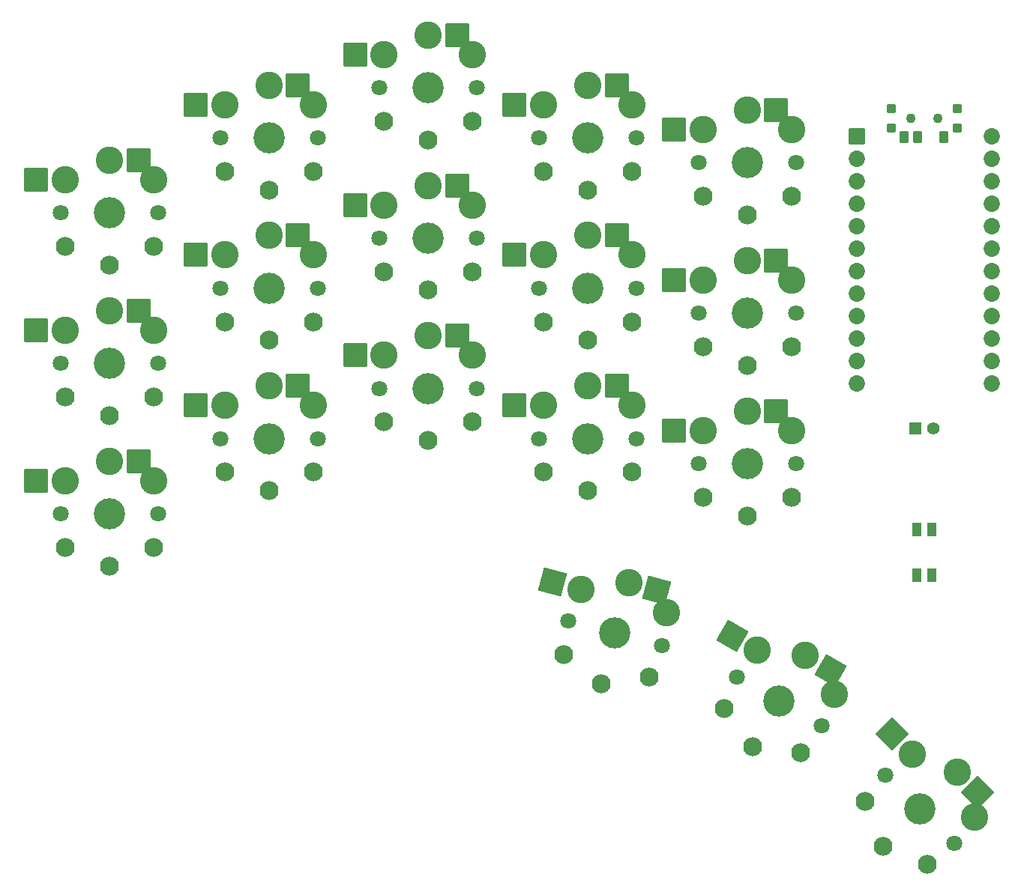
<source format=gts>
%TF.GenerationSoftware,KiCad,Pcbnew,(6.0.5)*%
%TF.CreationDate,2022-09-17T13:25:28+02:00*%
%TF.ProjectId,rae_dux_no_splay,7261655f-6475-4785-9f6e-6f5f73706c61,v1.0.0*%
%TF.SameCoordinates,Original*%
%TF.FileFunction,Soldermask,Top*%
%TF.FilePolarity,Negative*%
%FSLAX46Y46*%
G04 Gerber Fmt 4.6, Leading zero omitted, Abs format (unit mm)*
G04 Created by KiCad (PCBNEW (6.0.5)) date 2022-09-17 13:25:28*
%MOMM*%
%LPD*%
G01*
G04 APERTURE LIST*
G04 Aperture macros list*
%AMRoundRect*
0 Rectangle with rounded corners*
0 $1 Rounding radius*
0 $2 $3 $4 $5 $6 $7 $8 $9 X,Y pos of 4 corners*
0 Add a 4 corners polygon primitive as box body*
4,1,4,$2,$3,$4,$5,$6,$7,$8,$9,$2,$3,0*
0 Add four circle primitives for the rounded corners*
1,1,$1+$1,$2,$3*
1,1,$1+$1,$4,$5*
1,1,$1+$1,$6,$7*
1,1,$1+$1,$8,$9*
0 Add four rect primitives between the rounded corners*
20,1,$1+$1,$2,$3,$4,$5,0*
20,1,$1+$1,$4,$5,$6,$7,0*
20,1,$1+$1,$6,$7,$8,$9,0*
20,1,$1+$1,$8,$9,$2,$3,0*%
G04 Aperture macros list end*
%ADD10C,3.529000*%
%ADD11C,1.801800*%
%ADD12C,3.100000*%
%ADD13RoundRect,0.050000X-1.300000X-1.300000X1.300000X-1.300000X1.300000X1.300000X-1.300000X1.300000X0*%
%ADD14C,2.132000*%
%ADD15RoundRect,0.050000X-1.592168X-0.919239X0.919239X-1.592168X1.592168X0.919239X-0.919239X1.592168X0*%
%ADD16RoundRect,0.050000X-1.775833X-0.475833X0.475833X-1.775833X1.775833X0.475833X-0.475833X1.775833X0*%
%ADD17RoundRect,0.050000X-1.838478X0.000000X0.000000X-1.838478X1.838478X0.000000X0.000000X1.838478X0*%
%ADD18RoundRect,0.050000X-0.876300X0.876300X-0.876300X-0.876300X0.876300X-0.876300X0.876300X0.876300X0*%
%ADD19C,1.852600*%
%ADD20C,1.100000*%
%ADD21RoundRect,0.050000X-0.450000X-0.625000X0.450000X-0.625000X0.450000X0.625000X-0.450000X0.625000X0*%
%ADD22RoundRect,0.050000X-0.450000X-0.450000X0.450000X-0.450000X0.450000X0.450000X-0.450000X0.450000X0*%
%ADD23C,1.408000*%
%ADD24RoundRect,0.050000X-0.654000X-0.654000X0.654000X-0.654000X0.654000X0.654000X-0.654000X0.654000X0*%
%ADD25RoundRect,0.050000X0.500000X-0.725000X0.500000X0.725000X-0.500000X0.725000X-0.500000X-0.725000X0*%
G04 APERTURE END LIST*
D10*
X68000000Y50000000D03*
D11*
X73500000Y50000000D03*
X62500000Y50000000D03*
D12*
X73000000Y53750000D03*
X68000000Y55950000D03*
X63000000Y53750000D03*
X68000000Y55950000D03*
D13*
X71275000Y55950000D03*
X59725000Y53750000D03*
D10*
X68000000Y50000000D03*
D11*
X62500000Y50000000D03*
X73500000Y50000000D03*
D14*
X63000000Y46200000D03*
X68000000Y44100000D03*
X73000000Y46200000D03*
X68000000Y44100000D03*
D10*
X68000000Y67000000D03*
D11*
X73500000Y67000000D03*
X62500000Y67000000D03*
D12*
X73000000Y70750000D03*
X68000000Y72950000D03*
X63000000Y70750000D03*
X68000000Y72950000D03*
D13*
X71275000Y72950000D03*
X59725000Y70750000D03*
D10*
X68000000Y67000000D03*
D11*
X62500000Y67000000D03*
X73500000Y67000000D03*
D14*
X63000000Y63200000D03*
X68000000Y61100000D03*
X73000000Y63200000D03*
X68000000Y61100000D03*
D10*
X68000000Y84000000D03*
D11*
X73500000Y84000000D03*
X62500000Y84000000D03*
D12*
X73000000Y87750000D03*
X68000000Y89950000D03*
X63000000Y87750000D03*
X68000000Y89950000D03*
D13*
X71275000Y89950000D03*
X59725000Y87750000D03*
D10*
X68000000Y84000000D03*
D11*
X62500000Y84000000D03*
X73500000Y84000000D03*
D14*
X63000000Y80200000D03*
X68000000Y78100000D03*
X73000000Y80200000D03*
X68000000Y78100000D03*
D10*
X86000000Y58500000D03*
D11*
X91500000Y58500000D03*
X80500000Y58500000D03*
D12*
X91000000Y62250000D03*
X86000000Y64450000D03*
X81000000Y62250000D03*
X86000000Y64450000D03*
D13*
X89275000Y64450000D03*
X77725000Y62250000D03*
D10*
X86000000Y58500000D03*
D11*
X80500000Y58500000D03*
X91500000Y58500000D03*
D14*
X81000000Y54700000D03*
X86000000Y52600000D03*
X91000000Y54700000D03*
X86000000Y52600000D03*
D10*
X86000000Y75500000D03*
D11*
X91500000Y75500000D03*
X80500000Y75500000D03*
D12*
X91000000Y79250000D03*
X86000000Y81450000D03*
X81000000Y79250000D03*
X86000000Y81450000D03*
D13*
X89275000Y81450000D03*
X77725000Y79250000D03*
D10*
X86000000Y75500000D03*
D11*
X80500000Y75500000D03*
X91500000Y75500000D03*
D14*
X81000000Y71700000D03*
X86000000Y69600000D03*
X91000000Y71700000D03*
X86000000Y69600000D03*
D10*
X86000000Y92500000D03*
D11*
X91500000Y92500000D03*
X80500000Y92500000D03*
D12*
X91000000Y96250000D03*
X86000000Y98450000D03*
X81000000Y96250000D03*
X86000000Y98450000D03*
D13*
X89275000Y98450000D03*
X77725000Y96250000D03*
D10*
X86000000Y92500000D03*
D11*
X80500000Y92500000D03*
X91500000Y92500000D03*
D14*
X81000000Y88700000D03*
X86000000Y86600000D03*
X91000000Y88700000D03*
X86000000Y86600000D03*
D10*
X104000000Y64166667D03*
D11*
X109500000Y64166667D03*
X98500000Y64166667D03*
D12*
X109000000Y67916667D03*
X104000000Y70116667D03*
X99000000Y67916667D03*
X104000000Y70116667D03*
D13*
X107275000Y70116667D03*
X95725000Y67916667D03*
D10*
X104000000Y64166667D03*
D11*
X98500000Y64166667D03*
X109500000Y64166667D03*
D14*
X99000000Y60366667D03*
X104000000Y58266667D03*
X109000000Y60366667D03*
X104000000Y58266667D03*
D10*
X104000000Y81166667D03*
D11*
X109500000Y81166667D03*
X98500000Y81166667D03*
D12*
X109000000Y84916667D03*
X104000000Y87116667D03*
X99000000Y84916667D03*
X104000000Y87116667D03*
D13*
X107275000Y87116667D03*
X95725000Y84916667D03*
D10*
X104000000Y81166667D03*
D11*
X98500000Y81166667D03*
X109500000Y81166667D03*
D14*
X99000000Y77366667D03*
X104000000Y75266667D03*
X109000000Y77366667D03*
X104000000Y75266667D03*
D10*
X104000000Y98166667D03*
D11*
X109500000Y98166667D03*
X98500000Y98166667D03*
D12*
X109000000Y101916667D03*
X104000000Y104116667D03*
X99000000Y101916667D03*
X104000000Y104116667D03*
D13*
X107275000Y104116667D03*
X95725000Y101916667D03*
D10*
X104000000Y98166667D03*
D11*
X98500000Y98166667D03*
X109500000Y98166667D03*
D14*
X99000000Y94366667D03*
X104000000Y92266667D03*
X109000000Y94366667D03*
X104000000Y92266667D03*
D10*
X122000000Y58500000D03*
D11*
X127500000Y58500000D03*
X116500000Y58500000D03*
D12*
X127000000Y62250000D03*
X122000000Y64450000D03*
X117000000Y62250000D03*
X122000000Y64450000D03*
D13*
X125275000Y64450000D03*
X113725000Y62250000D03*
D10*
X122000000Y58500000D03*
D11*
X116500000Y58500000D03*
X127500000Y58500000D03*
D14*
X117000000Y54700000D03*
X122000000Y52600000D03*
X127000000Y54700000D03*
X122000000Y52600000D03*
D10*
X122000000Y75500000D03*
D11*
X127500000Y75500000D03*
X116500000Y75500000D03*
D12*
X127000000Y79250000D03*
X122000000Y81450000D03*
X117000000Y79250000D03*
X122000000Y81450000D03*
D13*
X125275000Y81450000D03*
X113725000Y79250000D03*
D10*
X122000000Y75500000D03*
D11*
X116500000Y75500000D03*
X127500000Y75500000D03*
D14*
X117000000Y71700000D03*
X122000000Y69600000D03*
X127000000Y71700000D03*
X122000000Y69600000D03*
D10*
X122000000Y92500000D03*
D11*
X127500000Y92500000D03*
X116500000Y92500000D03*
D12*
X127000000Y96250000D03*
X122000000Y98450000D03*
X117000000Y96250000D03*
X122000000Y98450000D03*
D13*
X125275000Y98450000D03*
X113725000Y96250000D03*
D10*
X122000000Y92500000D03*
D11*
X116500000Y92500000D03*
X127500000Y92500000D03*
D14*
X117000000Y88700000D03*
X122000000Y86600000D03*
X127000000Y88700000D03*
X122000000Y86600000D03*
D10*
X140000000Y55666667D03*
D11*
X145500000Y55666667D03*
X134500000Y55666667D03*
D12*
X145000000Y59416667D03*
X140000000Y61616667D03*
X135000000Y59416667D03*
X140000000Y61616667D03*
D13*
X143275000Y61616667D03*
X131725000Y59416667D03*
D10*
X140000000Y55666667D03*
D11*
X134500000Y55666667D03*
X145500000Y55666667D03*
D14*
X135000000Y51866667D03*
X140000000Y49766667D03*
X145000000Y51866667D03*
X140000000Y49766667D03*
D10*
X140000000Y72666667D03*
D11*
X145500000Y72666667D03*
X134500000Y72666667D03*
D12*
X145000000Y76416667D03*
X140000000Y78616667D03*
X135000000Y76416667D03*
X140000000Y78616667D03*
D13*
X143275000Y78616667D03*
X131725000Y76416667D03*
D10*
X140000000Y72666667D03*
D11*
X134500000Y72666667D03*
X145500000Y72666667D03*
D14*
X135000000Y68866667D03*
X140000000Y66766667D03*
X145000000Y68866667D03*
X140000000Y66766667D03*
D10*
X140000000Y89666667D03*
D11*
X145500000Y89666667D03*
X134500000Y89666667D03*
D12*
X145000000Y93416667D03*
X140000000Y95616667D03*
X135000000Y93416667D03*
X140000000Y95616667D03*
D13*
X143275000Y95616667D03*
X131725000Y93416667D03*
D10*
X140000000Y89666667D03*
D11*
X134500000Y89666667D03*
X145500000Y89666667D03*
D14*
X135000000Y85866667D03*
X140000000Y83766667D03*
X145000000Y85866667D03*
X140000000Y83766667D03*
D10*
X125079959Y36488922D03*
D11*
X130392551Y35065417D03*
X119767367Y37912427D03*
D12*
X130880160Y38817049D03*
X126619932Y42236181D03*
X121220901Y41405239D03*
X126619932Y42236181D03*
D15*
X129783339Y41388548D03*
X118057494Y42252871D03*
D10*
X125079959Y36488922D03*
D11*
X119767367Y37912427D03*
X130392551Y35065417D03*
D14*
X119266817Y34112499D03*
X123552927Y30789960D03*
X128926076Y31524309D03*
X123552927Y30789960D03*
D10*
X143617558Y28810397D03*
D11*
X148380698Y26060397D03*
X138854418Y31560397D03*
D12*
X149822685Y29557992D03*
X146592558Y33963248D03*
X141162431Y34557992D03*
X146592558Y33963248D03*
D16*
X149428791Y32325748D03*
X138326198Y36195492D03*
D10*
X143617558Y28810397D03*
D11*
X138854418Y31560397D03*
X148380698Y26060397D03*
D14*
X137387431Y28019500D03*
X140667558Y23700847D03*
X146047685Y23019500D03*
X140667558Y23700847D03*
D10*
X159536156Y16595628D03*
D11*
X163425243Y12706541D03*
X155647069Y20484715D03*
D12*
X165723340Y15711745D03*
X163743441Y20802913D03*
X158652273Y22782812D03*
X163743441Y20802913D03*
D17*
X166059216Y18487139D03*
X156336498Y25098587D03*
D10*
X159536156Y16595628D03*
D11*
X155647069Y20484715D03*
X163425243Y12706541D03*
D14*
X153313616Y17444156D03*
X155364226Y12423698D03*
X160384684Y10373088D03*
X155364226Y12423698D03*
D18*
X152380000Y92636667D03*
D19*
X152380000Y90096667D03*
X152380000Y87556667D03*
X152380000Y85016667D03*
X152380000Y82476667D03*
X152380000Y79936667D03*
X152380000Y77396667D03*
X152380000Y74856667D03*
X152380000Y72316667D03*
X152380000Y69776667D03*
X152380000Y67236667D03*
X152380000Y64696667D03*
X167620000Y92636667D03*
X167620000Y90096667D03*
X167620000Y87556667D03*
X167620000Y85016667D03*
X167620000Y82476667D03*
X167620000Y79936667D03*
X167620000Y77396667D03*
X167620000Y74856667D03*
X167620000Y72316667D03*
X167620000Y69776667D03*
X167620000Y67236667D03*
X167620000Y64696667D03*
D20*
X161500000Y94666667D03*
X158500000Y94666667D03*
D21*
X162250000Y92591667D03*
X159250000Y92591667D03*
X157750000Y92591667D03*
D22*
X163700000Y95766667D03*
X163700000Y93566667D03*
X156300000Y93566667D03*
X156300000Y95766667D03*
D20*
X161500000Y94666667D03*
X158500000Y94666667D03*
D23*
X161000000Y59666667D03*
D24*
X159000000Y59666667D03*
D25*
X159150000Y43091667D03*
X159150000Y48241667D03*
X160850000Y43091667D03*
X160850000Y48241667D03*
M02*

</source>
